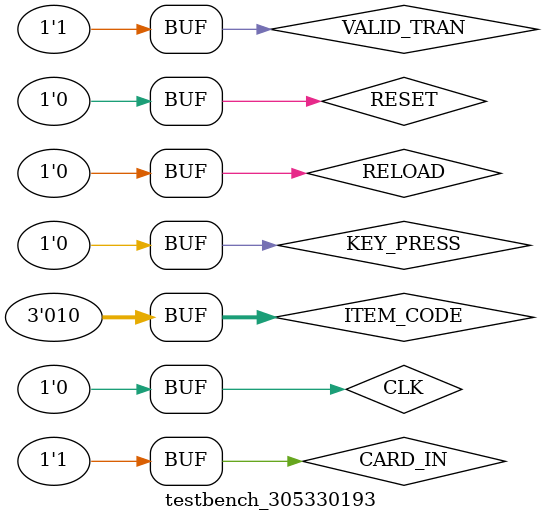
<source format=v>
`timescale 1ns / 1ps


module testbench_305330193;
	//input
	reg CLK;
	reg RESET;
	reg RELOAD;
	reg CARD_IN;
	reg [2:0] ITEM_CODE;
	reg KEY_PRESS;
	reg VALID_TRAN;
	// Outputs
	wire VEND;
	wire INVALID_SEL;
	wire [2:0] COST;
	wire FAILED_TRAN;

	// Instantiate the Unit Under Test (UUT)
	vending_machine uut (
		.CLK(CLK),
		.RESET(RESET), 
		.RELOAD(RELOAD),
		.CARD_IN(CARD_IN), 
		.ITEM_CODE(ITEM_CODE), 
		.KEY_PRESS(KEY_PRESS),  
		.VALID_TRAN(VALID_TRAN), 
		.VEND(VEND), 
		.INVALID_SEL(INVALID_SEL),
		.COST(COST),		
		.FAILED_TRAN(FAILED_TRAN)		
	);

	initial begin
		// Initialize Inputs
		CARD_IN = 0;
		VALID_TRAN = 0;
		ITEM_CODE = 0;
		KEY_PRESS = 0;
		RELOAD = 0;
		CLK = 0;
		RESET = 0;
		// Wait 100 ns for global reset to finish
		#100;
      //first successful case
		CLK = 1;
		RESET = 1;
		#5
		CLK = 0;	
		#5 //IDLE
		RESET = 0;
		CLK = 1;
		#5
		CLK = 0;	
		#5
		CLK = 1;
		#5
		CLK = 0;
		#5
		CLK = 1;
		#5
		CLK = 0;
		RELOAD = 1; // LOAD
		#5
		CLK = 1;
		#5
		RELOAD = 0;
		CLK = 0;// IDLE
		#5
		CLK = 1;
		#5
		CARD_IN = 1;
		CLK = 0; // WAIT FOR INPUT
		#5
		CLK = 1;
		#5
		CARD_IN = 0;
		ITEM_CODE = 3'b010;
		KEY_PRESS = 1; // first input: 2
		CLK = 0;
		#5
		CLK = 1;
		#5
		KEY_PRESS = 0;
		CLK = 0;
		#5
		CLK = 1;
		#5
		ITEM_CODE = 3'b010;
		KEY_PRESS = 1; //second input: 2
		CLK = 0;
		#5 //total input : 22
		CLK = 1;
		#5
		KEY_PRESS = 0; //no more input
		CLK = 0;
		#5
		CLK = 1;
		#5
		VALID_TRAN = 1; //validate to vend
		CLK = 0;
		#5
		CLK = 1;
		#5
		VALID_TRAN = 0;
		CLK = 0;
		#5
		CLK = 1;
		#5
		CLK = 0;
		#5
		CLK = 1; // idle
		#5
		CLK = 0;
		#5
		CLK = 1;
		#5
		CLK = 0;
		
		
		
		//first special case. try to vend without reloading
		#5
		CLK = 1;
		RESET = 1;
		#5
		CLK = 0;	
		#5 //IDLE
		RESET = 0;
		CLK = 1;
		#5
		CLK = 0;	
		#5
		CLK = 1;
		#5
		CLK = 0;
		#5
		CLK = 1;
		#5
		CLK = 0;
		RELOAD = 0; // Don't LOAD The rest of the code will be same as first one from now on
		#5
		CLK = 1;
		#5
		RELOAD = 0;
		CLK = 0;// IDLE
		#5
		CLK = 1;
		#5
		CARD_IN = 1;
		CLK = 0; // WAIT FOR INPUT
		#5
		CLK = 1;
		#5
		CARD_IN = 0;
		ITEM_CODE = 3'b010;
		KEY_PRESS = 1; // first input: 2
		CLK = 0;
		#5
		CLK = 1;
		#5
		KEY_PRESS = 0;
		CLK = 0;
		#5
		CLK = 1;
		#5
		ITEM_CODE = 3'b010;
		KEY_PRESS = 1; //second input: 2
		CLK = 0;
		#5 //total input : 22
		CLK = 1;
		#5
		KEY_PRESS = 0; //no more input
		CLK = 0;
		#5
		CLK = 1;
		#5
		VALID_TRAN = 1; //validate to vend
		CLK = 0;
		#5
		CLK = 1;
		#5
		VALID_TRAN = 0;
		CLK = 0;
		#5
		CLK = 1;
		#5
		CLK = 0;
		#5
		CLK = 1; // idle
		#5
		CLK = 0;
		#5
		CLK = 1;
		#5
		CLK = 0;
		
		//second case Valid_tran is never 1
		#5
		CLK = 1;
		RESET = 1;
		#5
		CLK = 0;	
		#5 //IDLE
		RESET = 0;
		CLK = 1;
		#5
		CLK = 0;	
		#5
		CLK = 1;
		#5
		CLK = 0;
		#5
		CLK = 1;
		#5
		CLK = 0;
		RELOAD = 1; // LOAD
		#5
		CLK = 1;
		#5
		RELOAD = 0;
		CLK = 0;// IDLE
		#5
		CLK = 1;
		#5
		CARD_IN = 1;
		CLK = 0; // WAIT FOR INPUT
		#5
		CLK = 1;
		#5
		CARD_IN = 0;
		ITEM_CODE = 3'b010;
		KEY_PRESS = 1; // first input: 2
		CLK = 0;
		#5
		CLK = 1;
		#5
		KEY_PRESS = 0;
		CLK = 0;
		#5
		CLK = 1;
		#5
		ITEM_CODE = 3'b010;
		KEY_PRESS = 1; //second input: 2
		CLK = 0;
		#5 //total input : 22
		CLK = 1;
		#5
		KEY_PRESS = 0; //no more input
		CLK = 0;
		#5
		CLK = 1;
		#5
		VALID_TRAN = 0; //DO NOT validate to vend
		CLK = 0;
		#5
		CLK = 1;
		#5
		VALID_TRAN = 0; //waiting for 5 cycles
		CLK = 0;
		#5
		CLK = 1;
		#5
		CLK = 0;
		#5
		CLK = 1; 
		#5
		CLK = 0;
		#5
		CLK = 1;
		#5
		CLK = 0;
		#5
		CLK = 1;
		#5
		CLK = 0;
		#5
		CLK = 1; //IDLE
		#5
		CLK = 0;		
		
		//third case: selection is invalid
		#5
		CLK = 1;
		RESET = 1;
		#5
		CLK = 0;	
		#5 //IDLE
		RESET = 0;
		CLK = 1;
		#5
		CLK = 0;	
		#5
		CLK = 1;
		#5
		CLK = 0;
		#5
		CLK = 1;
		#5
		CLK = 0;
		RELOAD = 1; // LOAD
		#5
		CLK = 1;
		#5
		RELOAD = 0;
		CLK = 0;// IDLE
		#5
		CLK = 1;
		#5
		CARD_IN = 1;
		CLK = 0; // WAIT FOR INPUT
		#5
		CLK = 1;
		#5
		CARD_IN = 0;
		ITEM_CODE = 3'b010;
		KEY_PRESS = 1; // first input: 2
		CLK = 0;
		#5
		CLK = 1;
		#5
		KEY_PRESS = 0;
		CLK = 0;
		#5
		CLK = 1;
		#5
		ITEM_CODE = 3'b111;
		KEY_PRESS = 1; //second input: 7
		CLK = 0;
		#5 //total input : 27 THIS IS NOT IN RANGE. rest of the code is same as first success code
		CLK = 1;
		#5
		KEY_PRESS = 0; //no more input
		CLK = 0;
		#5
		CLK = 1;
		#5
		VALID_TRAN = 1; //validate to vend
		CLK = 0;
		#5
		CLK = 1;
		#5
		VALID_TRAN = 0;
		CLK = 0;
		#5
		CLK = 1;
		#5
		CLK = 0;
		#5
		CLK = 1; // idle
		#5
		CLK = 0;
		#5
		CLK = 1;
		#5
		CLK = 0;
		
		//fourth case: second digit is not input within 5 cycles
		CLK = 1;
		RESET = 1;
		#5
		CLK = 0;	
		#5 //IDLE
		RESET = 0;
		CLK = 1;
		#5
		CLK = 0;	
		#5
		CLK = 1;
		#5
		CLK = 0;
		#5
		CLK = 1;
		#5
		CLK = 0;
		RELOAD = 1; // LOAD
		#5
		CLK = 1;
		#5
		RELOAD = 0;
		CLK = 0;// IDLE
		#5
		CLK = 1;
		#5
		CARD_IN = 1;
		CLK = 0; // WAIT FOR INPUT
		#5
		CLK = 1;
		#5
		CARD_IN = 0;
		ITEM_CODE = 3'b010;
		KEY_PRESS = 1; // first input: 2
		CLK = 0;
		#5
		CLK = 1;
		#5
		KEY_PRESS = 0; // 5 cycles here
		CLK = 0;
		#5
		CLK = 1;
		#5
		CLK = 0;
		#5
		CLK = 1;
		#5
		CLK = 0;
		#5
		CLK = 1;
		#5
		CLK = 0;
		#5
		CLK = 1;
		#5
		CLK = 0;
		#5
		CLK = 1;
		#5
		ITEM_CODE = 3'b010;
		KEY_PRESS = 1; //second input: 2
		CLK = 0;
		#5 //total input : 22
		CLK = 1;
		#5
		KEY_PRESS = 0; //no more input
		CLK = 0;
		#5
		CLK = 1;
		#5
		VALID_TRAN = 1; //validate to vend
		CLK = 0;
		#5
		CLK = 1;
		#5
		VALID_TRAN = 0;
		CLK = 0;
		#5
		CLK = 1;
		#5
		CLK = 0;
		#5
		CLK = 1; // idle
		#5
		CLK = 0;
		#5
		CLK = 1;
		#5
		CLK = 0;
		
		//fifth case: CARD_IN is 1 for 11 transactions without reload
		CLK = 1;
		RESET = 1;
		#5
		CLK = 0;	
		#5 //IDLE
		RESET = 0;
		CLK = 1;
		#5
		CLK = 0;	
		#5
		CLK = 1;
		#5
		CLK = 0;
		#5
		CLK = 1;
		#5
		CLK = 0;
		RELOAD = 1; // LOAD
		#5
		CLK = 1;
		#5
		RELOAD = 0;
		CLK = 0;// IDLE
		#5
		CLK = 1;
		#5
		CARD_IN = 1; //turn this on always for convenience
		CLK = 0; // WAIT FOR INPUT
		#5
		CLK = 1;
		#5
		ITEM_CODE = 3'b010;
		KEY_PRESS = 1; // first input: 2
		CLK = 0;
		#5
		CLK = 1;
		#5
		KEY_PRESS = 0;
		CLK = 0;
		#5
		CLK = 1;
		#5
		ITEM_CODE = 3'b010;
		KEY_PRESS = 1; //second input: 2
		CLK = 0;
		#5 //total input : 22
		CLK = 1;
		#5
		KEY_PRESS = 0; //no more input
		CLK = 0;
		#5
		CLK = 1;
		#5
		VALID_TRAN = 1; //validate to vend, this will always be on too
		CLK = 0;
		#5
		CLK = 1;
		#5
		CLK = 0;
		#5
		CLK = 1;
		#5
		CLK = 0;
		#5
		CLK = 1; // idle
		#5
		CLK = 0;
		//second transaction
		#5
		CLK = 1;
		#5
		KEY_PRESS = 1; // first input: 2
		CLK = 0;
		#5
		CLK = 1;
		#5
		KEY_PRESS = 0;
		CLK = 0;
		#5
		CLK = 1;
		#5
		KEY_PRESS = 1; //second input: 2
		CLK = 0;
		#5 //total input : 22
		CLK = 1;
		#5
		KEY_PRESS = 0; //no more input
		CLK = 0;
		#5
		CLK = 1;
		#5
		CLK = 0;
		#5
		CLK = 1;
		#5
		CLK = 0;
		#5
		CLK = 1;
		#5
		CLK = 0;
		#5
		CLK = 1; // idle
		#5
		CLK = 0;
		//third transaction
		#5
		CLK = 1;
		#5
		KEY_PRESS = 1; // first input: 2
		CLK = 0;
		#5
		CLK = 1;
		#5
		KEY_PRESS = 0;
		CLK = 0;
		#5
		CLK = 1;
		#5
		KEY_PRESS = 1; //second input: 2
		CLK = 0;
		#5 //total input : 22
		CLK = 1;
		#5
		KEY_PRESS = 0; //no more input
		CLK = 0;
		#5
		CLK = 1;
		#5
		CLK = 0;
		#5
		CLK = 1;
		#5
		CLK = 0;
		#5
		CLK = 1;
		#5
		CLK = 0;
		#5
		CLK = 1; // idle
		#5
		CLK = 0;
		//fourth transaction
		#5
		CLK = 1;
		#5
		KEY_PRESS = 1; // first input: 2
		CLK = 0;
		#5
		CLK = 1;
		#5
		KEY_PRESS = 0;
		CLK = 0;
		#5
		CLK = 1;
		#5
		KEY_PRESS = 1; //second input: 2
		CLK = 0;
		#5 //total input : 22
		CLK = 1;
		#5
		KEY_PRESS = 0; //no more input
		CLK = 0;
		#5
		CLK = 1;
		#5
		CLK = 0;
		#5
		CLK = 1;
		#5
		CLK = 0;
		#5
		CLK = 1;
		#5
		CLK = 0;
		#5
		CLK = 1; // idle
		#5
		CLK = 0;
		//fifth transaction
		#5
		CLK = 1;
		#5
		KEY_PRESS = 1; // first input: 2
		CLK = 0;
		#5
		CLK = 1;
		#5
		KEY_PRESS = 0;
		CLK = 0;
		#5
		CLK = 1;
		#5
		KEY_PRESS = 1; //second input: 2
		CLK = 0;
		#5 //total input : 22
		CLK = 1;
		#5
		KEY_PRESS = 0; //no more input
		CLK = 0;
		#5
		CLK = 1;
		#5
		CLK = 0;
		#5
		CLK = 1;
		#5
		CLK = 0;
		#5
		CLK = 1;
		#5
		CLK = 0;
		#5
		CLK = 1; // idle
		#5
		CLK = 0;
		//sixth transaction
		#5
		CLK = 1;
		#5
		KEY_PRESS = 1; // first input: 2
		CLK = 0;
		#5
		CLK = 1;
		#5
		KEY_PRESS = 0;
		CLK = 0;
		#5
		CLK = 1;
		#5
		KEY_PRESS = 1; //second input: 2
		CLK = 0;
		#5 //total input : 22
		CLK = 1;
		#5
		KEY_PRESS = 0; //no more input
		CLK = 0;
		#5
		CLK = 1;
		#5
		CLK = 0;
		#5
		CLK = 1;
		#5
		CLK = 0;
		#5
		CLK = 1;
		#5
		CLK = 0;
		#5
		CLK = 1; // idle
		#5
		CLK = 0;
		//seventh transaction
		#5
		CLK = 1;
		#5
		KEY_PRESS = 1; // first input: 2
		CLK = 0;
		#5
		CLK = 1;
		#5
		KEY_PRESS = 0;
		CLK = 0;
		#5
		CLK = 1;
		#5
		KEY_PRESS = 1; //second input: 2
		CLK = 0;
		#5 //total input : 22
		CLK = 1;
		#5
		KEY_PRESS = 0; //no more input
		CLK = 0;
		#5
		CLK = 1;
		#5
		CLK = 0;
		#5
		CLK = 1;
		#5
		CLK = 0;
		#5
		CLK = 1;
		#5
		CLK = 0;
		#5
		CLK = 1; // idle
		#5
		CLK = 0;
		//eigth transaction
		#5
		CLK = 1;
		#5
		KEY_PRESS = 1; // first input: 2
		CLK = 0;
		#5
		CLK = 1;
		#5
		KEY_PRESS = 0;
		CLK = 0;
		#5
		CLK = 1;
		#5
		KEY_PRESS = 1; //second input: 2
		CLK = 0;
		#5 //total input : 22
		CLK = 1;
		#5
		KEY_PRESS = 0; //no more input
		CLK = 0;
		#5
		CLK = 1;
		#5
		CLK = 0;
		#5
		CLK = 1;
		#5
		CLK = 0;
		#5
		CLK = 1;
		#5
		CLK = 0;
		#5
		CLK = 1; // idle
		#5
		CLK = 0;
		//ninth transaction
		#5
		CLK = 1;
		#5
		KEY_PRESS = 1; // first input: 2
		CLK = 0;
		#5
		CLK = 1;
		#5
		KEY_PRESS = 0;
		CLK = 0;
		#5
		CLK = 1;
		#5
		KEY_PRESS = 1; //second input: 2
		CLK = 0;
		#5 //total input : 22
		CLK = 1;
		#5
		KEY_PRESS = 0; //no more input
		CLK = 0;
		#5
		CLK = 1;
		#5
		CLK = 0;
		#5
		CLK = 1;
		#5
		CLK = 0;
		#5
		CLK = 1;
		#5
		CLK = 0;
		#5
		CLK = 1; // idle
		#5
		CLK = 0;
		//tenth transaction
		#5
		CLK = 1;
		#5
		KEY_PRESS = 1; // first input: 2
		CLK = 0;
		#5
		CLK = 1;
		#5
		KEY_PRESS = 0;
		CLK = 0;
		#5
		CLK = 1;
		#5
		KEY_PRESS = 1; //second input: 2
		CLK = 0;
		#5 //total input : 22
		CLK = 1;
		#5
		KEY_PRESS = 0; //no more input
		CLK = 0;
		#5
		CLK = 1;
		#5
		CLK = 0;
		#5
		CLK = 1;
		#5
		CLK = 0;
		#5
		CLK = 1;
		#5
		CLK = 0;
		#5
		CLK = 1; // idle
		#5
		CLK = 0;
		//eleventh transaction = should output invalid_sel to be 1
		#5
		CLK = 1;
		#5
		KEY_PRESS = 1; // first input: 2
		CLK = 0;
		#5
		CLK = 1;
		#5
		KEY_PRESS = 0;
		CLK = 0;
		#5
		CLK = 1;
		#5
		KEY_PRESS = 1; //second input: 2
		CLK = 0;
		#5 //total input : 22
		CLK = 1;
		#5
		KEY_PRESS = 0; //no more input
		CLK = 0;
		#5
		CLK = 1;
		#5
		CLK = 0;
		#5
		CLK = 1;
		#5
		CLK = 0;
		#5
		CLK = 1;
		#5
		CLK = 0;
		#5
		CLK = 1; // idle
		#5
		CLK = 0;
		
		
		end
      
endmodule


</source>
